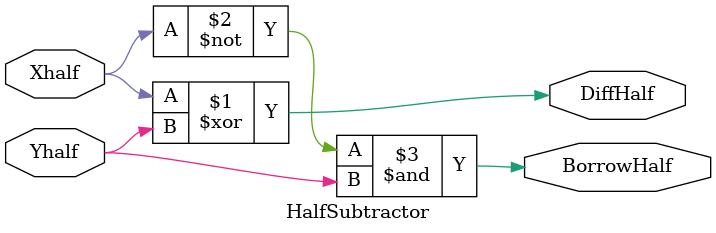
<source format=v>
`timescale 1ns / 1ps


module HalfSubtractor(DiffHalf, BorrowHalf, Xhalf, Yhalf);
    output DiffHalf;
    output BorrowHalf;
    input Xhalf;
    input Yhalf;
    
    xor (DiffHalf, Xhalf, Yhalf);
    and (BorrowHalf, ~Xhalf, Yhalf);
    
endmodule

</source>
